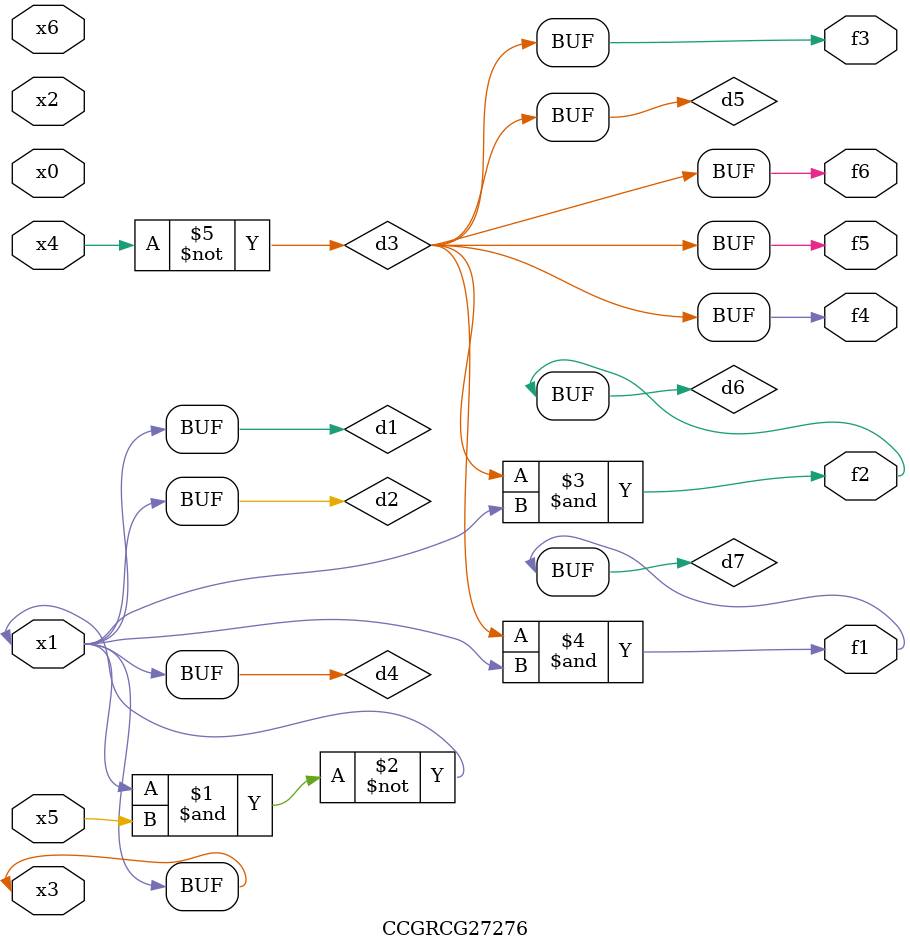
<source format=v>
module CCGRCG27276(
	input x0, x1, x2, x3, x4, x5, x6,
	output f1, f2, f3, f4, f5, f6
);

	wire d1, d2, d3, d4, d5, d6, d7;

	buf (d1, x1, x3);
	nand (d2, x1, x5);
	not (d3, x4);
	buf (d4, d1, d2);
	buf (d5, d3);
	and (d6, d3, d4);
	and (d7, d3, d4);
	assign f1 = d7;
	assign f2 = d6;
	assign f3 = d5;
	assign f4 = d5;
	assign f5 = d5;
	assign f6 = d5;
endmodule

</source>
